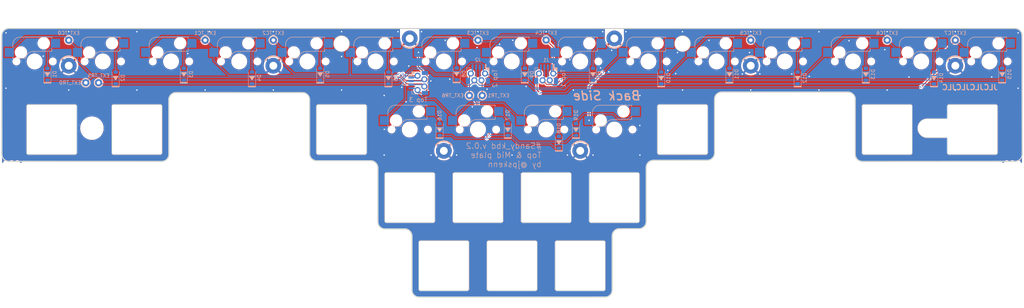
<source format=kicad_pcb>
(kicad_pcb (version 20221018) (generator pcbnew)
  (title_block (title "Sandy") (date "2023-01-06") (rev "v.0") (company "@jpskenn"))
  (layers (0 "F.Cu" signal) (31 "B.Cu" signal) (34 "B.Paste" user) (35 "F.Paste" user) (36 "B.SilkS" user "B.Silkscreen") (37 "F.SilkS" user "F.Silkscreen") (38 "B.Mask" user) (39 "F.Mask" user) (44 "Edge.Cuts" user))
  (net 0 "")
  (net 1 "Net-(D1-A)")
  (net 2 "Net-(D2-A)")
  (net 3 "Net-(D3-A)")
  (net 4 "Net-(D4-A)")
  (net 5 "Net-(D5-A)")
  (net 6 "Net-(D6-A)")
  (net 7 "Net-(D7-A)")
  (net 8 "Net-(D8-A)")
  (net 9 "Net-(D9-A)")
  (net 10 "Net-(D10-A)")
  (net 11 "Net-(D11-A)")
  (net 12 "Net-(D12-A)")
  (net 13 "Net-(D13-A)")
  (net 14 "Net-(D14-A)")
  (net 15 "Net-(D15-A)")
  (net 16 "Net-(D16-A)")
  (net 17 "Net-(D17-A)")
  (net 18 "Net-(D18-A)")
  (net 19 "Top_row0")
  (net 20 "Top_row5")
  (net 21 "Net-(D19-A)")
  (net 22 "Top_row6")
  (net 23 "Top_row1")
  (net 24 "Top_col0")
  (net 25 "Top_col1")
  (net 26 "Top_col2")
  (net 27 "Top_col3")
  (net 28 "Top_col4")
  (net 29 "Top_col5")
  (net 30 "Top_col6")
  (net 31 "Top_col7")
  (net 32 "Top_GND")
  (footprint "MX_Alps_Hybrid:MXOnly-1U-Hotswap-guide" (layer "F.Cu") (at 167.50531 46.053405)
    (fp_text reference "SW_]1")
    (fp_text value "SW_Push")
  )
  (footprint "MX_Alps_Hybrid:MXOnly-1U-Hotswap-guide" (layer "F.Cu") (at 81.78031 27.003405)
    (fp_text reference "SW_3")
    (fp_text value "SW_Push")
  )
  (footprint "clipboard:1d23b097-72e0-487b-bec7-a328ee8b6ed7" (layer "F.Cu") (at 141.239736 50.815854)
    (fp_text reference "")
    (fp_text value "")
  )
  (footprint "MX_Alps_Hybrid:MXOnly-1U-Hotswap-guide" (layer "F.Cu") (at 129.40531 46.053405)
    (fp_text reference "SW_T1")
    (fp_text value "SW_Push")
  )
  (footprint "MX_Alps_Hybrid:MXOnly-1U-Hotswap-guide" (layer "F.Cu") (at 196.08031 27.003405)
    (fp_text reference "SW_7")
    (fp_text value "SW_Push")
  )
  (footprint "locallib:60_Outline-Sandy-Top3-with-Mid-plate-from-Mid4" (layer "F.Cu") (at 157.98031 55.578405)
    (fp_text reference "REF**" hide)
    (fp_text value "60_Outline" hide)
    (fp_line (start -142.510786 -2.628468) (end -142.525 -35.80004) (stroke (width 0.3)) (layer "Edge.Cuts"))
    (fp_line (start -140.510786 -0.628468) (end -97.855 -0.614254) (stroke (width 0.3)) (layer "Edge.Cuts"))
    (fp_line (start -135.5875 -16.025) (end -135.5875 -3.025) (stroke (width 0.15)) (layer "Edge.Cuts"))
    (fp_line (start -135.0875 -16.525) (end -122.0875 -16.525) (stroke (width 0.15)) (layer "Edge.Cuts"))
    (fp_line (start -135.0875 -2.525) (end -122.0875 -2.525) (stroke (width 0.15)) (layer "Edge.Cuts"))
    (fp_line (start -121.5875 -3.025) (end -121.5875 -16.025) (stroke (width 0.15)) (layer "Edge.Cuts"))
    (fp_line (start -111.775 -16.025) (end -111.775 -3.025) (stroke (width 0.15)) (layer "Edge.Cuts"))
    (fp_line (start -111.275 -16.525) (end -98.275 -16.525) (stroke (width 0.15)) (layer "Edge.Cuts"))
    (fp_line (start -111.275 -2.525) (end -98.275 -2.525) (stroke (width 0.15)) (layer "Edge.Cuts"))
    (fp_line (start -97.775 -3.025) (end -97.775 -16.025) (stroke (width 0.15)) (layer "Edge.Cuts"))
    (fp_line (start -95.855 -2.614254) (end -95.855 -17.885826) (stroke (width 0.3)) (layer "Edge.Cuts"))
    (fp_line (start -93.855 -19.885826) (end -58.535 -19.87504) (stroke (width 0.3)) (layer "Edge.Cuts"))
    (fp_line (start -56.535 -2.80004) (end -56.535 -17.87504) (stroke (width 0.3)) (layer "Edge.Cuts"))
    (fp_line (start -54.625 -16.025) (end -54.625 -3.025) (stroke (width 0.15)) (layer "Edge.Cuts"))
    (fp_line (start -54.535 -0.80004) (end -39.475 -0.80004) (stroke (width 0.3)) (layer "Edge.Cuts"))
    (fp_line (start -54.125 -16.525) (end -41.125 -16.525) (stroke (width 0.15)) (layer "Edge.Cuts"))
    (fp_line (start -54.125 -2.525) (end -41.125 -2.525) (stroke (width 0.15)) (layer "Edge.Cuts"))
    (fp_line (start -40.625 -3.025) (end -40.625 -16.025) (stroke (width 0.15)) (layer "Edge.Cuts"))
    (fp_line (start -37.475 16.27496) (end -37.475 1.19996) (stroke (width 0.3)) (layer "Edge.Cuts"))
    (fp_line (start -35.575 3.025) (end -35.575 16.025) (stroke (width 0.15)) (layer "Edge.Cuts"))
    (fp_line (start -35.475 18.27496) (end -29.95 18.27496) (stroke (width 0.3)) (layer "Edge.Cuts"))
    (fp_line (start -35.075 2.525) (end -22.075 2.525) (stroke (width 0.15)) (layer "Edge.Cuts"))
    (fp_line (start -35.075 16.525) (end -22.075 16.525) (stroke (width 0.15)) (layer "Edge.Cuts"))
    (fp_line (start -27.95 35.34996) (end -27.95 20.27496) (stroke (width 0.3)) (layer "Edge.Cuts"))
    (fp_line (start -26.05 22.075) (end -26.05 35.075) (stroke (width 0.15)) (layer "Edge.Cuts"))
    (fp_line (start -25.95 37.34996) (end 25.975 37.345746) (stroke (width 0.3)) (layer "Edge.Cuts"))
    (fp_line (start -25.55 21.575) (end -12.55 21.575) (stroke (width 0.15)) (layer "Edge.Cuts"))
    (fp_line (start -25.55 35.575) (end -12.55 35.575) (stroke (width 0.15)) (layer "Edge.Cuts"))
    (fp_line (start -21.575 16.025) (end -21.575 3.025) (stroke (width 0.15)) (layer "Edge.Cuts"))
    (fp_line (start -16.525 3.025) (end -16.525 16.025) (stroke (width 0.15)) (layer "Edge.Cuts"))
    (fp_line (start -16.025 2.525) (end -3.025 2.525) (stroke (width 0.15)) (layer "Edge.Cuts"))
    (fp_line (start -16.025 16.525) (end -3.025 16.525) (stroke (width 0.15)) (layer "Edge.Cuts"))
    (fp_line (start -12.05 35.075) (end -12.05 22.075) (stroke (width 0.15)) (layer "Edge.Cuts"))
    (fp_line (start -7 22.075) (end -7 35.075) (stroke (width 0.15)) (layer "Edge.Cuts"))
    (fp_line (start -6.5 21.575) (end 6.5 21.575) (stroke (width 0.15)) (layer "Edge.Cuts"))
    (fp_line (start -6.5 35.575) (end 6.5 35.575) (stroke (width 0.15)) (layer "Edge.Cuts"))
    (fp_line (start -2.525 16.025) (end -2.525 3.025) (stroke (width 0.15)) (layer "Edge.Cuts"))
    (fp_line (start 2.525 3.025) (end 2.525 16.025) (stroke (width 0.15)) (layer "Edge.Cuts"))
    (fp_line (start 3.025 2.525) (end 16.025 2.525) (stroke (width 0.15)) (layer "Edge.Cuts"))
    (fp_line (start 3.025 16.525) (end 16.025 16.525) (stroke (width 0.15)) (layer "Edge.Cuts"))
    (fp_line (start 7 35.075) (end 7 22.075) (stroke (width 0.15)) (layer "Edge.Cuts"))
    (fp_line (start 12.05 22.075) (end 12.05 35.075) (stroke (width 0.15)) (layer "Edge.Cuts"))
    (fp_line (start 12.55 21.575) (end 25.55 21.575) (stroke (width 0.15)) (layer "Edge.Cuts"))
    (fp_line (start 12.55 35.575) (end 25.55 35.575) (stroke (width 0.15)) (layer "Edge.Cuts"))
    (fp_line (start 16.525 16.025) (end 16.525 3.025) (stroke (width 0.15)) (layer "Edge.Cuts"))
    (fp_line (start 21.575 3.025) (end 21.575 16.025) (stroke (width 0.15)) (layer "Edge.Cuts"))
    (fp_line (start 22.075 2.525) (end 35.075 2.525) (stroke (width 0.15)) (layer "Edge.Cuts"))
    (fp_line (start 22.075 16.525) (end 35.075 16.525) (stroke (width 0.15)) (layer "Edge.Cuts"))
    (fp_line (start 26.05 35.075) (end 26.05 22.075) (stroke (width 0.15)) (layer "Edge.Cuts"))
    (fp_line (start 27.975 35.345746) (end 27.975 20.214174) (stroke (width 0.3)) (layer "Edge.Cuts"))
    (fp_line (start 29.975 18.214174) (end 35.475 18.204174) (stroke (width 0.3)) (layer "Edge.Cuts"))
    (fp_line (start 35.575 16.025) (end 35.575 3.025) (stroke (width 0.15)) (layer "Edge.Cuts"))
    (fp_line (start 37.475 16.204174) (end 37.475 1.072602) (stroke (width 0.3)) (layer "Edge.Cuts"))
    (fp_line (start 39.475 -0.927398) (end 54.555 -0.937398) (stroke (width 0.3)) (layer "Edge.Cuts"))
    (fp_line (start 40.625 -16.025) (end 40.625 -3.025) (stroke (width 0.15)) (layer "Edge.Cuts"))
    (fp_line (start 41.125 -16.525) (end 54.125 -16.525) (stroke (width 0.15)) (layer "Edge.Cuts"))
    (fp_line (start 41.125 -2.525) (end 54.125 -2.525) (stroke (width 0.15)) (layer "Edge.Cuts"))
    (fp_line (start 54.625 -3.025) (end 54.625 -16.025) (stroke (width 0.15)) (layer "Edge.Cuts"))
    (fp_line (start 56.555 -2.937398) (end 56.555 -18.012398) (stroke (width 0.3)) (layer "Edge.Cuts"))
    (fp_line (start 58.555 -20.012398) (end 93.875 -20.001612) (stroke (width 0.3)) (layer "Edge.Cuts"))
    (fp_line (start 95.875 -2.60004) (end 95.875 -18.001612) (stroke (width 0.3)) (layer "Edge.Cuts"))
    (fp_line (start 97.775 -16.025) (end 97.775 -3.025) (stroke (width 0.15)) (layer "Edge.Cuts"))
    (fp_line (start 98.275 -16.525) (end 111.275 -16.525) (stroke (width 0.15)) (layer "Edge.Cuts"))
    (fp_line (start 98.275 -2.525) (end 111.275 -2.525) (stroke (width 0.15)) (layer "Edge.Cuts"))
    (fp_line (start 111.775 -3.025) (end 111.775 -16.025) (stroke (width 0.15)) (layer "Edge.Cuts"))
    (fp_line (start 115.875 -7.2485) (end 121.5875 -7.2485) (stroke (width 0.15)) (layer "Edge.Cuts"))
    (fp_line (start 115.975 -12.550386) (end 121.5875 -12.55) (stroke (width 0.15)) (layer "Edge.Cuts"))
    (fp_line (start 121.5875 -16.025) (end 121.5875 -12.55) (stroke (width 0.15)) (layer "Edge.Cuts"))
    (fp_line (start 121.5875 -7.2485) (end 121.5875 -3.025) (stroke (width 0.15)) (layer "Edge.Cuts"))
    (fp_line (start 122.0875 -16.525) (end 135.0875 -16.525) (stroke (width 0.15)) (layer "Edge.Cuts"))
    (fp_line (start 122.0875 -2.525) (end 135.0875 -2.525) (stroke (width 0.15)) (layer "Edge.Cuts"))
    (fp_line (start 135.5875 -3.025) (end 135.5875 -16.025) (stroke (width 0.15)) (layer "Edge.Cuts"))
    (fp_line (start 140.475 -37.80004) (end -140.525 -37.80004) (stroke (width 0.3)) (layer "Edge.Cuts"))
    (fp_line (start 140.510786 -0.628468) (end 97.875 -0.60004) (stroke (width 0.3)) (layer "Edge.Cuts"))
    (fp_line (start 142.510786 -2.628468) (end 142.475 -35.80004) (stroke (width 0.3)) (layer "Edge.Cuts"))
    (fp_arc (start -142.525 -35.80004) (mid -141.939214 -37.214254) (end -140.525 -37.80004) (stroke (width 0.3)) (layer "Edge.Cuts"))
    (fp_arc (start -140.510786 -0.628468) (mid -141.925 -1.214254) (end -142.510786 -2.628468) (stroke (width 0.3)) (layer "Edge.Cuts"))
    (fp_arc (start -135.5875 -16.025) (mid -135.441053 -16.378553) (end -135.0875 -16.525) (stroke (width 0.15)) (layer "Edge.Cuts"))
    (fp_arc (start -135.0875 -2.525) (mid -135.441053 -2.671447) (end -135.5875 -3.025) (stroke (width 0.15)) (layer "Edge.Cuts"))
    (fp_arc (start -122.0875 -16.525) (mid -121.733947 -16.378553) (end -121.5875 -16.025) (stroke (width 0.15)) (layer "Edge.Cuts"))
    (fp_arc (start -121.5875 -3.025) (mid -121.733947 -2.671447) (end -122.0875 -2.525) (stroke (width 0.15)) (layer "Edge.Cuts"))
    (fp_arc (start -111.775 -16.025) (mid -111.628553 -16.378553) (end -111.275 -16.525) (stroke (width 0.15)) (layer "Edge.Cuts"))
    (fp_arc (start -111.275 -2.525) (mid -111.628553 -2.671447) (end -111.775 -3.025) (stroke (width 0.15)) (layer "Edge.Cuts"))
    (fp_arc (start -98.275 -16.525) (mid -97.921447 -16.378553) (end -97.775 -16.025) (stroke (width 0.15)) (layer "Edge.Cuts"))
    (fp_arc (start -97.775 -3.025) (mid -97.921447 -2.671447) (end -98.275 -2.525) (stroke (width 0.15)) (layer "Edge.Cuts"))
    (fp_arc (start -95.855 -17.885826) (mid -95.269214 -19.30004) (end -93.855 -19.885826) (stroke (width 0.3)) (layer "Edge.Cuts"))
    (fp_arc (start -95.855 -2.614254) (mid -96.440786 -1.20004) (end -97.855 -0.614254) (stroke (width 0.3)) (layer "Edge.Cuts"))
    (fp_arc (start -58.535 -19.87504) (mid -57.120786 -19.289254) (end -56.535 -17.87504) (stroke (width 0.3)) (layer "Edge.Cuts"))
    (fp_arc (start -54.625 -16.025) (mid -54.478553 -16.378553) (end -54.125 -16.525) (stroke (width 0.15)) (layer "Edge.Cuts"))
    (fp_arc (start -54.535 -0.80004) (mid -55.949214 -1.385826) (end -56.535 -2.80004) (stroke (width 0.3)) (layer "Edge.Cuts"))
    (fp_arc (start -54.125 -2.525) (mid -54.478553 -2.671447) (end -54.625 -3.025) (stroke (width 0.15)) (layer "Edge.Cuts"))
    (fp_arc (start -41.125 -16.525) (mid -40.771447 -16.378553) (end -40.625 -16.025) (stroke (width 0.15)) (layer "Edge.Cuts"))
    (fp_arc (start -40.625 -3.025) (mid -40.771447 -2.671447) (end -41.125 -2.525) (stroke (width 0.15)) (layer "Edge.Cuts"))
    (fp_arc (start -39.475 -0.80004) (mid -38.060786 -0.214254) (end -37.475 1.19996) (stroke (width 0.3)) (layer "Edge.Cuts"))
    (fp_arc (start -35.575 3.025) (mid -35.428553 2.671447) (end -35.075 2.525) (stroke (width 0.15)) (layer "Edge.Cuts"))
    (fp_arc (start -35.475 18.27496) (mid -36.889214 17.689174) (end -37.475 16.27496) (stroke (width 0.3)) (layer "Edge.Cuts"))
    (fp_arc (start -35.075 16.525) (mid -35.428553 16.378553) (end -35.575 16.025) (stroke (width 0.15)) (layer "Edge.Cuts"))
    (fp_arc (start -29.95 18.27496) (mid -28.535786 18.860746) (end -27.95 20.27496) (stroke (width 0.3)) (layer "Edge.Cuts"))
    (fp_arc (start -26.05 22.075) (mid -25.903553 21.721447) (end -25.55 21.575) (stroke (width 0.15)) (layer "Edge.Cuts"))
    (fp_arc (start -25.95 37.34996) (mid -27.364214 36.764174) (end -27.95 35.34996) (stroke (width 0.3)) (layer "Edge.Cuts"))
    (fp_arc (start -25.55 35.575) (mid -25.903553 35.428553) (end -26.05 35.075) (stroke (width 0.15)) (layer "Edge.Cuts"))
    (fp_arc (start -22.075 2.525) (mid -21.721447 2.671447) (end -21.575 3.025) (stroke (width 0.15)) (layer "Edge.Cuts"))
    (fp_arc (start -21.575 16.025) (mid -21.721447 16.378553) (end -22.075 16.525) (stroke (width 0.15)) (layer "Edge.Cuts"))
    (fp_arc (start -16.525 3.025) (mid -16.378553 2.671447) (end -16.025 2.525) (stroke (width 0.15)) (layer "Edge.Cuts"))
    (fp_arc (start -16.025 16.525) (mid -16.378553 16.378553) (end -16.525 16.025) (stroke (width 0.15)) (layer "Edge.Cuts"))
    (fp_arc (start -12.55 21.575) (mid -12.196447 21.721447) (end -12.05 22.075) (stroke (width 0.15)) (layer "Edge.Cuts"))
    (fp_arc (start -12.05 35.075) (mid -12.196447 35.428553) (end -12.55 35.575) (stroke (width 0.15)) (layer "Edge.Cuts"))
    (fp_arc (start -7 22.075) (mid -6.853553 21.721447) (end -6.5 21.575) (stroke (width 0.15)) (layer "Edge.Cuts"))
    (fp_arc (start -6.5 35.575) (mid -6.853553 35.428553) (end -7 35.075) (stroke (width 0.15)) (layer "Edge.Cuts"))
    (fp_arc (start -3.025 2.525) (mid -2.671447 2.671447) (end -2.525 3.025) (stroke (width 0.15)) (layer "Edge.Cuts"))
    (fp_arc (start -2.525 16.025) (mid -2.671447 16.378553) (end -3.025 16.525) (stroke (width 0.15)) (layer "Edge.Cuts"))
    (fp_arc (start 2.525 3.025) (mid 2.671447 2.671447) (end 3.025 2.525) (stroke (width 0.15)) (layer "Edge.Cuts"))
    (fp_arc (start 3.025 16.525) (mid 2.671447 16.378553) (end 2.525 16.025) (stroke (width 0.15)) (layer "Edge.Cuts"))
    (fp_arc (start 6.5 21.575) (mid 6.853553 21.721447) (end 7 22.075) (stroke (width 0.15)) (layer "Edge.Cuts"))
    (fp_arc (start 7 35.075) (mid 6.853553 35.428553) (end 6.5 35.575) (stroke (width 0.15)) (layer "Edge.Cuts"))
    (fp_arc (start 12.05 22.075) (mid 12.196447 21.721447) (end 12.55 21.575) (stroke (width 0.15)) (layer "Edge.Cuts"))
    (fp_arc (start 12.55 35.575) (mid 12.196447 35.428553) (end 12.05 35.075) (stroke (width 0.15)) (layer "Edge.Cuts"))
    (fp_arc (start 16.025 2.525) (mid 16.378553 2.671447) (end 16.525 3.025) (stroke (width 0.15)) (layer "Edge.Cuts"))
    (fp_arc (start 16.525 16.025) (mid 16.378553 16.378553) (end 16.025 16.525) (stroke (width 0.15)) (layer "Edge.Cuts"))
    (fp_arc (start 21.575 3.025) (mid 21.721447 2.671447) (end 22.075 2.525) (stroke (width 0.15)) (layer "Edge.Cuts"))
    (fp_arc (start 22.075 16.525) (mid 21.721447 16.378553) (end 21.575 16.025) (stroke (width 0.15)) (layer "Edge.Cuts"))
    (fp_arc (start 25.55 21.575) (mid 25.903553 21.721447) (end 26.05 22.075) (stroke (width 0.15)) (layer "Edge.Cuts"))
    (fp_arc (start 26.05 35.075) (mid 25.903553 35.428553) (end 25.55 35.575) (stroke (width 0.15)) (layer "Edge.Cuts"))
    (fp_arc (start 27.975 20.214174) (mid 28.560766 18.799948) (end 29.975 18.214174) (stroke (width 0.3)) (layer "Edge.Cuts"))
    (fp_arc (start 27.975 35.345746) (mid 27.389238 36.759982) (end 25.975 37.345746) (stroke (width 0.3)) (layer "Edge.Cuts"))
    (fp_arc (start 35.075 2.525) (mid 35.428553 2.671447) (end 35.575 3.025) (stroke (width 0.15)) (layer "Edge.Cuts"))
    (fp_arc (start 35.575 16.025) (mid 35.428553 16.378553) (end 35.075 16.525) (stroke (width 0.15)) (layer "Edge.Cuts"))
    (fp_arc (start 37.475 1.072602) (mid 38.060786 -0.341613) (end 39.475 -0.927398) (stroke (width 0.3)) (layer "Edge.Cuts"))
    (fp_arc (start 37.475 16.204174) (mid 36.889193 17.618375) (end 35.475 18.204174) (stroke (width 0.3)) (layer "Edge.Cuts"))
    (fp_arc (start 40.625 -16.025) (mid 40.771447 -16.378553) (end 41.125 -16.525) (stroke (width 0.15)) (layer "Edge.Cuts"))
    (fp_arc (start 41.125 -2.525) (mid 40.771447 -2.671447) (end 40.625 -3.025) (stroke (width 0.15)) (layer "Edge.Cuts"))
    (fp_arc (start 54.125 -16.525) (mid 54.478553 -16.378553) (end 54.625 -16.025) (stroke (width 0.15)) (layer "Edge.Cuts"))
    (fp_arc (start 54.625 -3.025) (mid 54.478553 -2.671447) (end 54.125 -2.525) (stroke (width 0.15)) (layer "Edge.Cuts"))
    (fp_arc (start 56.555 -18.012398) (mid 57.140786 -19.426613) (end 58.555 -20.012398) (stroke (width 0.3)) (layer "Edge.Cuts"))
    (fp_arc (start 56.555 -2.937398) (mid 55.969213 -1.523186) (end 54.555 -0.937398) (stroke (width 0.3)) (layer "Edge.Cuts"))
    (fp_arc (start 93.875 -20.001612) (mid 95.289212 -19.41585) (end 95.875 -18.001612) (stroke (width 0.3)) (layer "Edge.Cuts"))
    (fp_arc (start 97.775 -16.025) (mid 97.921447 -16.378553) (end 98.275 -16.525) (stroke (width 0.15)) (layer "Edge.Cuts"))
    (fp_arc (start 97.875 -0.60004) (mid 96.460771 -1.1858) (end 95.875 -2.60004) (stroke (width 0.3)) (layer "Edge.Cuts"))
    (fp_arc (start 98.275 -2.525) (mid 97.921447 -2.671447) (end 97.775 -3.025) (stroke (width 0.15)) (layer "Edge.Cuts"))
    (fp_arc (start 111.275 -16.525) (mid 111.628553 -16.378553) (end 111.775 -16.025) (stroke (width 0.15)) (layer "Edge.Cuts"))
    (fp_arc (start 111.775 -3.025) (mid 111.628553 -2.671447) (end 111.275 -2.525) (stroke (width 0.15)) (layer "Edge.Cuts"))
    (fp_arc (start 115.875 -7.2485) (mid 113.323585 -9.948509) (end 115.975 -12.550386) (stroke (width 0.12)) (layer "Edge.Cuts"))
    (fp_arc (start 121.5875 -16.025) (mid 121.733947 -16.378553) (end 122.0875 -16.525) (stroke (width 0.15)) (layer "Edge.Cuts"))
    (fp_arc (start 122.0875 -2.525) (mid 121.733947 -2.671447) (end 121.5875 -3.025) (stroke (width 0.15)) (layer "Edge.Cuts"))
    (fp_arc (start 135.0875 -16.525) (mid 135.441053 -16.378553) (end 135.5875 -16.025) (stroke (width 0.15)) (layer "Edge.Cuts"))
    (fp_arc (start 135.5875 -3.025) (mid 135.441053 -2.671447) (end 135.0875 -2.525) (stroke (width 0.15)) (layer "Edge.Cuts"))
    (fp_arc (start 140.475 -37.80004) (mid 141.889198 -37.214227) (end 142.475 -35.80004) (stroke (width 0.3)) (layer "Edge.Cuts"))
    (fp_arc (start 142.510786 -2.628468) (mid 141.925023 -1.214215) (end 140.510786 -0.628468) (stroke (width 0.3)) (layer "Edge.Cuts"))
    (fp_circle (center -47.625 -33.55004) (end -45.425 -33.55004) (stroke (width 0.15)) (fill none) (layer "Edge.Cuts"))
    (fp_circle (center 47.625 -33.55004) (end 49.825 -33.55004) (stroke (width 0.15)) (fill none) (layer "Edge.Cuts"))
  )
  (footprint "MX_Alps_Hybrid:MXOnly-1U-Hotswap-guide" (layer "F.Cu") (at 62.73031 27.003405)
    (fp_text reference "SW_2")
    (fp_text value "SW_Push")
  )
  (footprint "MX_Alps_Hybrid:MXOnly-1U-Hotswap-guide" (layer "F.Cu") (at 157.908435 27.003405)
    (fp_text reference "SW_\\1")
    (fp_text value "SW_Push")
  )
  (footprint "MX_Alps_Hybrid:MXOnly-1U-Hotswap-guide" (layer "F.Cu") (at 234.18031 27.003405)
    (fp_text reference "SW_9")
    (fp_text value "SW_Push")
  )
  (footprint "MX_Alps_Hybrid:MXOnly-1U-Hotswap-screw-hole-side2-guide" (layer "F.Cu") (at 119.88031 27.003405)
    (fp_text reference "SW_5")
    (fp_text value "SW_Push")
  )
  (footprint "MX_Alps_Hybrid:MXOnly-1U-Hotswap-screw-hole-side3-guide" (layer "F.Cu") (at 215.13031 27.003405)
    (fp_text reference "SW_8")
    (fp_text value "SW_Push")
  )
  (footprint "MX_Alps_Hybrid:MXOnly-1U-Hotswap-guide" (layer "F.Cu") (at 148.45531 46.053405)
    (fp_text reference "SW_[1")
    (fp_text value "SW_Push")
  )
  (footprint "MX_Alps_Hybrid:MXOnly-1U-Hotswap-guide" (layer "F.Cu") (at 253.23031 27.003405)
    (fp_text reference "SW_10")
    (fp_text value "SW_Push")
  )
  (footprint "MX_Alps_Hybrid:MXOnly-1U-Hotswap-guide" (layer "F.Cu") (at 272.28031 27.003405)
    (fp_text reference "SW_-1")
    (fp_text value "SW_Push")
  )
  (footprint "MX_Alps_Hybrid:MXOnly-1U-Hotswap-guide" (layer "F.Cu") (at 24.63031 27.003405)
    (fp_text reference "SW_ESC1")
    (fp_text value "SW_Push")
  )
  (footprint "MX_Alps_Hybrid:MXOnly-1U-Hotswap-guide" (layer "F.Cu") (at 186.55531 46.053405)
    (fp_text reference "SW_Y1")
    (fp_text value "SW_Push")
  )
  (footprint "MX_Alps_Hybrid:MXOnly-1U-Hotswap-guide" (layer "F.Cu") (at 291.33031 27.003405)
    (fp_text reference "SW_=1")
    (fp_text value "SW_Push")
  )
  (footprint "MX_Alps_Hybrid:MXOnly-1U-Hotswap-guide" (layer "F.Cu") (at 138.93031 27.003405)
    (fp_text reference "SW_`1")
    (fp_text value "SW_Push")
  )
  (footprint "MX_Alps_Hybrid:MXOnly-1U-Hotswap-guide" (layer "F.Cu") (at 43.68031 27.003405)
    (fp_text reference "SW_1")
    (fp_text value "SW_Push")
  )
  (footprint "MX_Alps_Hybrid:MXOnly-1U-Hotswap-guide" (layer "F.Cu") (at 100.83031 27.003405)
    (fp_text reference "SW_4")
    (fp_text value "SW_Push")
  )
  (footprint "MX_Alps_Hybrid:MXOnly-1U-Hotswap-screw-hole-side1-guide" (layer "F.Cu") (at 177.03031 27.003405)
    (fp_text reference "SW_6")
    (fp_text value "SW_Push")
  )
  (footprint "locallib:D_SOD-123_Emphasized_Direction_Line" (layer "B.Cu") (at 85.352185 31.62528 90)
    (fp_text reference "D4")
    (fp_text value "D")
  )
  (footprint "TestPoint:TestPoint_THTPad_D2.0mm_Drill1.0mm" (layer "B.Cu") (at 262.75531 21.05028 180)
    (fp_text reference "EXT_TC6")
    (fp_text value "Conn_01x01")
  )
  (footprint "locallib:D_SOD-123_Emphasized_Direction_Line" (layer "B.Cu") (at 294.902185 30.57528 90)
    (fp_text reference "D15")
    (fp_text value "D")
  )
  (footprint "locallib:D_SOD-123_Emphasized_Direction_Line" (layer "B.Cu") (at 237.752185 31.62928 90)
    (fp_text reference "D12")
    (fp_text value "D")
  )
  (footprint "locallib:D_SOD-123_Emphasized_Direction_Line" (layer "B.Cu") (at 66.302185 30.57528 90)
    (fp_text reference "D3")
    (fp_text value "D")
  )
  (footprint "locallib:D_SOD-123_Emphasized_Direction_Line" (layer "B.Cu") (at 123.452185 31.62928 90)
    (fp_text reference "D6")
    (fp_text value "D")
  )
  (footprint "locallib:D_SOD-123_Emphasized_Direction_Line" (layer "B.Cu") (at 104.402185 30.57528 90)
    (fp_text reference "D5")
    (fp_text value "D")
  )
  (footprint "locallib:D_SOD-123_Emphasized_Direction_Line" (layer "B.Cu") (at 142.502185 30.47528 90)
    (fp_text reference "D8")
    (fp_text value "D")
  )
  (footprint "locallib:D_SOD-123_Emphasized_Direction_Line" (layer "B.Cu") (at 256.802185 30.57528 90)
    (fp_text reference "D13")
    (fp_text value "D")
  )
  (footprint "locallib:D_SOD-123_Emphasized_Direction_Line" (layer "B.Cu") (at 137.739685 46.053405 90)
    (fp_text reference "D16")
    (fp_text value "D")
  )
  (footprint "locallib:D_SOD-123_Emphasized_Direction_Line" (layer "B.Cu") (at 180.602185 30.57528 90)
    (fp_text reference "D7")
    (fp_text value "D")
  )
  (footprint "locallib:D_SOD-123_Emphasized_Direction_Line" (layer "B.Cu") (at 47.252185 31.62528 90)
    (fp_text reference "D2")
    (fp_text value "D")
  )
  (footprint "locallib:D_SOD-123_Emphasized_Direction_Line" (layer "B.Cu") (at 275.852185 31.62528 90)
    (fp_text reference "D14")
    (fp_text value "D")
  )
  (footprint "locallib:MountingHole_2.2mm_M2_Pad_minimal" (layer "B.Cu") (at 224.65531 28.19403 180)
    (fp_text reference "H5" hide)
    (fp_text value "MountingHole")
  )
  (footprint "locallib:D_SOD-123_Emphasized_Direction_Line" (layer "B.Cu") (at 175.839685 46.053405 90)
    (fp_text reference "D19")
    (fp_text value "D")
  )
  (footprint "locallib:D_SOD-123_Emphasized_Direction_Line" (layer "B.Cu") (at 156.789685 46.053405 90)
    (fp_text reference "D17")
    (fp_text value "D")
  )
  (footprint "locallib:JST_SH_SM04B-SRSS-TB_1x04-1MP_P1.00mm_Horizontal_wCable_housing_spare_pin" (layer "B.Cu") (at 167.50531 30.57528 180)
    (fp_text reference "J1")
    (fp_text value "Conn_02x02_Top_Bottom")
  )
  (footprint "TestPoint:TestPoint_THTPad_D2.0mm_Drill1.0mm" (layer "B.Cu") (at 38.91781 32.95653 180)
    (fp_text reference "EXT_TR0")
    (fp_text value "Conn_01x01")
  )
  (footprint "TestPoint:TestPoint_THTPad_D2.0mm_Drill1.0mm" (layer "B.Cu") (at 34.15531 21.05028 180)
    (fp_text reference "EXT_TC0")
    (fp_text value "Conn_01x01")
  )
  (footprint "TestPoint:TestPoint_THTPad_D2.0mm_Drill1.0mm" (layer "B.Cu") (at 148.45531 21.05028 180)
    (fp_text reference "EXT_TC3")
    (fp_text value "Conn_01x01")
  )
  (footprint "TestPoint:TestPoint_THTPad_D2.0mm_Drill1.0mm" (layer "B.Cu") (at 72.25531 21.059655 180)
    (fp_text reference "EXT_TC1")
    (fp_text value "Conn_01x01")
  )
  (footprint "TestPoint:TestPoint_THTPad_D2.0mm_Drill1.0mm" (layer "B.Cu") (at 167.50531 21.003405 180)
    (fp_text reference "EXT_TC4")
    (fp_text value "Conn_01x01")
  )
  (footprint "locallib:MountingHole_2.2mm_M2_Pad_minimal" (layer "B.Cu") (at 34.15531 28.19403 180)
    (fp_text reference "H3" hide)
    (fp_text value "MountingHole")
  )
  (footprint "TestPoint:TestPoint_THTPad_D2.0mm_Drill1.0mm" (layer "B.Cu") (at 149.645935 36.528405 180)
    (fp_text reference "EXT_TR1")
    (fp_text value "Conn_01x01")
  )
  (footprint "locallib:MountingHole_2.2mm_M2_Pad_minimal" (layer "B.Cu") (at 186.55531 20.561655)
    (fp_text reference "H2" hide)
    (fp_text value "MountingHole")
  )
  (footprint "locallib:D_SOD-123_Emphasized_Direction_Line" (layer "B.Cu") (at 218.702185 30.57528 90)
    (fp_text reference "D11")
    (fp_text value "D")
  )
  (footprint "TestPoint:TestPoint_THTPad_D2.0mm_Drill1.0mm" (layer "B.Cu") (at 224.65531 21.05028 180)
    (fp_text reference "EXT_TC5")
    (fp_text value "Conn_01x01")
  )
  (footprint "locallib:D_SOD-123_Emphasized_Direction_Line" (layer "B.Cu") (at 161.552185 30.57528 90)
    (fp_text reference "D9")
    (fp_text value "D")
  )
  (footprint "locallib:MountingHole_2.2mm_M2_Pad_minimal" (layer "B.Cu") (at 177.03031 52.00653 180)
    (fp_text reference "H8" hide)
    (fp_text value "MountingHole")
  )
  (footprint "locallib:MountingHole_2.2mm_M2_Pad_minimal" (layer "B.Cu") (at 91.30531 28.19403 180)
    (fp_text reference "H4" hide)
    (fp_text value "MountingHole")
  )
  (footprint "locallib:MountingHole_2.2mm_M2_Pad_minimal" (layer "B.Cu") (at 138.93031 52.00653 180)
    (fp_text reference "H7" hide)
    (fp_text value "MountingHole")
  )
  (footprint "locallib:MountingHole_2.2mm_M2_Pad_minimal" (layer "B.Cu") (at 129.40531 20.561655)
    (fp_text reference "H1" hide)
    (fp_text value "MountingHole")
  )
  (footprint "locallib:D_SOD-123_Emphasized_Direction_Line" (layer "B.Cu") (at 199.652185 31.62928 90)
    (fp_text reference "D10")
    (fp_text value "D")
  )
  (footprint "locallib:JST_SH_SM04B-SRSS-TB_1x04-1MP_P1.00mm_Horizontal_wCable_housing_spare_pin" (layer "B.Cu") (at 131.78656 33.003405 -90)
    (fp_text reference "J3")
    (fp_text value "Conn_02x02_Top_Bottom")
  )
  (footprint "locallib:MountingHole_2.2mm_M2_Pad_minimal" (layer "B.Cu") (at 281.80531 28.19403 180)
    (fp_text reference "H6" hide)
    (fp_text value "MountingHole")
  )
  (footprint "TestPoint:TestPoint_THTPad_D2.0mm_Drill1.0mm" (layer "B.Cu") (at 281.80531 21.05028 180)
    (fp_text reference "EXT_TC7")
    (fp_text value "Conn_01x01")
  )
  (footprint "TestPoint:TestPoint_THTPad_D2.0mm_Drill1.0mm" (layer "B.Cu") (at 91.30531 21.05028 180)
    (fp_text reference "EXT_TC2")
    (fp_text value "Conn_01x01")
  )
  (footprint "TestPoint:TestPoint_THTPad_D2.0mm_Drill1.0mm" (layer "B.Cu") (at 146.07406 36.528405 180)
    (fp_text reference "EXT_TR6")
    (fp_text value "Conn_01x01")
  )
  (footprint "TestPoint:TestPoint_THTPad_D2.0mm_Drill1.0mm" (layer "B.Cu") (at 42.489685 32.95653 180)
    (fp_text reference "EXT_TR5")
    (fp_text value "Conn_01x01")
  )
  (footprint "locallib:D_SOD-123_Emphasized_Direction_Line" (layer "B.Cu") (at 28.202185 30.57528 90)
    (fp_text reference "D1")
    (fp_text value "D")
  )
  (footprint "locallib:D_SOD-123_Emphasized_Direction_Line" (layer "B.Cu") (at 171.077185 49.62528 90)
    (fp_text reference "D18")
    (fp_text value "D")
  )
  (footprint "locallib:JST_SH_SM04B-SRSS-TB_1x04-1MP_P1.00mm_Horizontal_wCable_housing_spare_pin" (layer "B.Cu") (at 148.45531 30.57528 180)
    (fp_text reference "J2")
    (fp_text value "Conn_02x02_Top_Bottom")
  )
  (gr_text "Top 1" (at 172.26781 31.765905 90) (layer "B.SilkS") (effects (font (size 1.2 1.2)) (justify mirror)))
  (gr_text "Top 2" (at 153.21781 31.765905 90) (layer "B.SilkS") (effects (font (size 1.2 1.2)) (justify mirror)))
  (gr_text "Top 3" (at 131.78656 37.71903) (layer "B.SilkS") (effects (font (size 1.2 1.2)) (justify mirror)))
  (gr_text "JLCJLCJLCJLC" (at 285.86931 34.242405) (layer "B.SilkS") (effects (font (size 1.5 1.5) (thickness 0.3)) (justify mirror)))
  (gr_text "Back Side" (at 184.5 36.6) (layer "B.SilkS") (effects (font (size 2.5 2.5) (thickness 0.4) italic) (justify mirror)))
  (gr_text "#Sandy_kbd v.0.2\nTop & Mid plate\nby @jpskenn" (at 166.314685 53.197155) (layer "B.SilkS") (effects (font (size 1.6 1.6)) (justify left mirror)))
  (segment (start 28.202185 24.19353) (end 30.47231 21.923405) (width 0.254) (layer "B.Cu") (net 1))
  (segment (start 28.202185 28.92528) (end 28.202185 24.19353) (width 0.254) (layer "B.Cu") (net 1))
  (segment (start 47.252185 29.97528) (end 47.252185 24.19353) (width 0.254) (layer "B.Cu") (net 2))
  (segment (start 47.252185 24.19353) (end 49.52231 21.923405) (width 0.254) (layer "B.Cu") (net 2))
  (segment (start 68.109697 21.923405) (end 68.57231 21.923405) (width 0.254) (layer "B.Cu") (net 3))
  (segment (start 66.302185 23.730917) (end 68.109697 21.923405) (width 0.254) (layer "B.Cu") (net 3))
  (segment (start 66.302185 28.92528) (end 66.302185 23.730917) (width 0.254) (layer "B.Cu") (net 3))
  (segment (start 85.352185 29.97528) (end 85.352185 24.19353) (width 0.254) (layer "B.Cu") (net 4))
  (segment (start 85.352185 24.19353) (end 87.62231 21.923405) (width 0.254) (layer "B.Cu") (net 4))
  (segment (start 104.402185 24.19353) (end 106.67231 21.923405) (width 0.254) (layer "B.Cu") (net 5))
  (segment (start 104.402185 28.92528) (end 104.402185 24.19353) (width 0.254) (layer "B.Cu") (net 5))
  (segment (start 123.452185 29.97928) (end 123.452185 24.19353) (width 0.254) (layer "B.Cu") (net 6))
  (segment (start 123.452185 24.19353) (end 125.72231 21.923405) (width 0.254) (layer "B.Cu") (net 6))
  (segment (start 180.602185 28.92528) (end 180.602185 24.19353) (width 0.254) (layer "B.Cu") (net 7))
  (segment (start 180.602185 24.19353) (end 182.87231 21.923405) (width 0.254) (layer "B.Cu") (net 7))
  (segment (start 142.502185 28.82528) (end 142.502185 24.19353) (width 0.254) (layer "B.Cu") (net 8))
  (segment (start 142.502185 24.19353) (end 144.77231 21.923405) (width 0.254) (layer "B.Cu") (net 8))
  (segment (start 161.552185 24.121655) (end 163.750435 21.923405) (width 0.254) (layer "B.Cu") (net 9))
  (segment (start 161.552185 28.92528) (end 161.552185 24.121655) (width 0.254) (layer "B.Cu") (net 9))
  (segment (start 199.652185 29.97928) (end 199.652185 24.19353) (width 0.254) (layer "B.Cu") (net 10))
  (segment (start 199.652185 24.19353) (end 201.92231 21.923405) (width 0.254) (layer "B.Cu") (net 10))
  (segment (start 218.702185 28.92528) (end 218.702185 24.19353) (width 0.254) (layer "B.Cu") (net 11))
  (segment (start 218.702185 24.19353) (end 220.97231 21.923405) (width 0.254) (layer "B.Cu") (net 11))
  (segment (start 237.752185 24.19353) (end 240.02231 21.923405) (width 0.254) (layer "B.Cu") (net 12))
  (segment (start 237.752185 29.97928) (end 237.752185 24.19353) (width 0.254) (layer "B.Cu") (net 12))
  (segment (start 256.802185 24.19353) (end 259.07231 21.923405) (width 0.254) (layer "B.Cu") (net 13))
  (segment (start 256.802185 28.92528) (end 256.802185 24.19353) (width 0.254) (layer "B.Cu") (net 13))
  (segment (start 275.852185 29.97528) (end 275.852185 24.19353) (width 0.254) (layer "B.Cu") (net 14))
  (segment (start 275.852185 24.19353) (end 278.12231 21.923405) (width 0.254) (layer "B.Cu") (net 14))
  (segment (start 294.902185 24.19353) (end 297.17231 21.923405) (width 0.254) (layer "B.Cu") (net 15))
  (segment (start 294.902185 28.92528) (end 294.902185 24.19353) (width 0.254) (layer "B.Cu") (net 15))
  (segment (start 137.739685 43.46578) (end 135.24731 40.973405) (width 0.254) (layer "B.Cu") (net 16))
  (segment (start 137.739685 44.403405) (end 137.739685 43.46578) (width 0.254) (layer "B.Cu") (net 16))
  (segment (start 156.789685 44.403405) (end 156.789685 43.46578) (width 0.254) (layer "B.Cu") (net 17))
  (segment (start 156.789685 43.46578) (end 154.29731 40.973405) (width 0.254) (layer "B.Cu") (net 17))
  (segment (start 171.077185 47.97528) (end 171.077185 43.24353) (width 0.254) (layer "B.Cu") (net 18))
  (segment (start 171.077185 43.24353) (end 173.34731 40.973405) (width 0.254) (layer "B.Cu") (net 18))
  (segment (start 130.168542 28.705704) (end 134.705704 28.705704) (width 0.254) (layer "B.Cu") (net 19))
  (segment (start 152.883435 32.22528) (end 151.033435 30.37528) (width 0.254) (layer "B.Cu") (net 19))
  (segment (start 43.166309 31.212181) (end 44.179408 32.22528) (width 0.254) (layer "B.Cu") (net 19))
  (segment (start 136.432405 30.432405) (end 143.56581 30.432405) (width 0.254) (layer "B.Cu") (net 19))
  (segment (start 256.802185 32.22528) (end 294.902185 32.22528) (width 0.254) (layer "B.Cu") (net 19))
  (segment (start 143.56581 30.432405) (end 146.528135 27.47008) (width 0.254) (layer "B.Cu") (net 19))
  (segment (start 149.95531 29.87528) (end 150.45531 30.37528) (width 0.254) (layer "B.Cu") (net 19))
  (segment (start 151.033435 30.37528) (end 150.45531 30.37528) (width 0.254) (layer "B.Cu") (net 19))
  (segment (start 38.91781 32.95653) (end 40.662159 31.212181) (width 0.254) (layer "B.Cu") (net 19))
  (segment (start 126.40944 32.464806) (end 130.168542 28.705704) (width 0.254) (layer "B.Cu") (net 19))
  (segment (start 171.874609 34.445106) (end 164.626011 34.445106) (width 0.254) (layer "B.Cu") (net 19))
  (segment (start 134.705704 28.705704) (end 136.432405 30.432405) (width 0.254) (layer "B.Cu") (net 19))
  (segment (start 28.202185 32.22528) (end 38.18656 32.22528) (width 0.254) (layer "B.Cu") (net 19))
  (segment (start 180.602185 32.22528) (end 174.094435 32.22528) (width 0.254) (layer "B.Cu") (net 19))
  (segment (start 104.641711 32.464806) (end 126.40944 32.464806) (width 0.254) (layer "B.Cu") (net 19))
  (segment (start 162.406185 32.22528) (end 161.552185 32.22528) (width 0.254) (layer "B.Cu") (net 19))
  (segment (start 66.302185 32.22528) (end 104.402185 32.22528) (width 0.254) (layer "B.Cu") (net 19))
  (segment (start 180.602185 32.22528) (end 218.702185 32.22528) (width 0.254) (layer "B.Cu") (net 19))
  (segment (start 44.179408 32.22528) (end 66.302185 32.22528) (width 0.254) (layer "B.Cu") (net 19))
  (segment (start 149.95531 28.121175) (end 149.95531 28.57528) (width 0.254) (layer "B.Cu") (net 19))
  (segment (start 164.626011 34.445106) (end 162.406185 32.22528) (width 0.254) (layer "B.Cu") (net 19))
  (segment (start 218.702185 32.22528) (end 256.802185 32.22528) (width 0.254) (layer "B.Cu") (net 19))
  (segment (start 161.552185 32.22528) (end 152.883435 32.22528) (width 0.254) (layer "B.Cu") (net 19))
  (segment (start 38.18656 32.22528) (end 38.91781 32.95653) (width 0.254) (layer "B.Cu") (net 19))
  (segment (start 174.094435 32.22528) (end 171.874609 34.445106) (width 0.254) (layer "B.Cu") (net 19))
  (segment (start 146.528135 27.47008) (end 149.304215 27.47008) (width 0.254) (layer "B.Cu") (net 19))
  (segment (start 104.402185 32.22528) (end 104.641711 32.464806) (width 0.254) (layer "B.Cu") (net 19))
  (segment (start 40.662159 31.212181) (end 43.166309 31.212181) (width 0.254) (layer "B.Cu") (net 19))
  (segment (start 149.95531 28.57528) (end 149.95531 29.87528) (width 0.254) (layer "B.Cu") (net 19))
  (segment (start 149.304215 27.47008) (end 149.95531 28.121175) (width 0.254) (layer "B.Cu") (net 19))
  (segment (start 199.652185 33.27928) (end 174.310435 33.27928) (width 0.254) (layer "B.Cu") (net 20))
  (segment (start 85.352185 33.27528) (end 54.47531 33.27528) (width 0.254) (layer "B.Cu") (net 20))
  (segment (start 147.45531 32.470807) (end 147.45531 32.27528) (width 0.254) (layer "B.Cu") (net 20))
  (segment (start 151.845637 33.68048) (end 148.86051 33.68048) (width 0.254) (layer "B.Cu") (net 20))
  (segment (start 152.520637 33.00548) (end 151.845637 33.68048) (width 0.254) (layer "B.Cu") (net 20))
  (segment (start 85.356185 33.27928) (end 85.352185 33.27528) (width 0.254) (layer "B.Cu") (net 20))
  (segment (start 141.116011 30.889106) (end 142.352185 32.12528) (width 0.254) (layer "B.Cu") (net 20))
  (segment (start 164.195962 34.901807) (end 162.299635 33.00548) (width 0.254) (layer "B.Cu") (net 20))
  (segment (start 174.310435 33.27928) (end 172.687908 34.901807) (width 0.254) (layer "B.Cu") (net 20))
  (segment (start 199.652185 33.27928) (end 237.752185 33.27928) (width 0.254) (layer "B.Cu") (net 20))
  (segment (start 237.752185 33.27928) (end 275.848185 33.27928) (width 0.254) (layer "B.Cu") (net 20))
  (segment (start 162.299635 33.00548) (end 152.520637 33.00548) (width 0.254) (layer "B.Cu") (net 20))
  (segment (start 275.848185 33.27928) (end 275.852185 33.27528) (width 0.254) (layer "B.Cu") (net 20))
  (segment (start 143.385435 32.12528) (end 144.940635 33.68048) (width 0.254) (layer "B.Cu") (net 20))
  (segment (start 142.502185 32.12528) (end 143.385435 32.12528) (width 0.254) (layer "B.Cu") (net 20))
  (segment (start 146.245637 33.68048) (end 147.45531 32.470807) (width 0.254) (layer "B.Cu") (net 20))
  (segment (start 123.452185 33.27928) (end 85.356185 33.27928) (width 0.254) (layer "B.Cu") (net 20))
  (segment (start 147.45531 32.27528) (end 147.95531 31.77528) (width 0.254) (layer "B.Cu") (net 20))
  (segment (start 47.252185 33.27528) (end 42.808435 33.27528) (width 0.254) (layer "B.Cu") (net 20))
  (segment (start 148.86051 33.68048) (end 147.45531 32.27528) (width 0.254) (layer "B.Cu") (net 20))
  (segment (start 172.687908 34.901807) (end 164.195962 34.901807) (width 0.254) (layer "B.Cu") (net 20))
  (segment (start 47.252185 33.27528) (end 54.47531 33.27528) (width 0.254) (layer "B.Cu") (net 20))
  (segment (start 134.516533 29.162405) (end 136.243234 30.889106) (width 0.254) (layer "B.Cu") (net 20))
  (segment (start 147.95531 31.77528) (end 147.95531 28.57528) (width 0.254) (layer "B.Cu") (net 20))
  (segment (start 142.352185 32.12528) (end 142.502185 32.12528) (width 0.254) (layer "B.Cu") (net 20))
  (segment (start 123.452185 33.27928) (end 126.304435 33.27928) (width 0.254) (layer "B.Cu") (net 20))
  (segment (start 136.243234 30.889106) (end 141.116011 30.889106) (width 0.254) (layer "B.Cu") (net 20))
  (segment (start 42.808435 33.27528) (end 42.489685 32.95653) (width 0.254) (layer "B.Cu") (net 20))
  (segment (start 144.940635 33.68048) (end 146.245637 33.68048) (width 0.254) (layer "B.Cu") (net 20))
  (segment (start 130.42131 29.162405) (end 134.516533 29.162405) (width 0.254) (layer "B.Cu") (net 20))
  (segment (start 126.304435 33.27928) (end 130.42131 29.162405) (width 0.254) (layer "B.Cu") (net 20))
  (segment (start 190.30531 43.078405) (end 192.39731 40.986405) (width 0.254) (layer "B.Cu") (net 21))
  (segment (start 175.839685 44.403405) (end 175.839685 43.95863) (width 0.254) (layer "B.Cu") (net 21))
  (segment (start 175.839685 43.95863) (end 178.16191 41.636405) (width 0.254) (layer "B.Cu") (net 21))
  (segment (start 186.20031 41.636405) (end 187.64231 43.078405) (width 0.254) (layer "B.Cu") (net 21))
  (segment (start 187.64231 43.078405) (end 190.30531 43.078405) (width 0.254) (layer "B.Cu") (net 21))
  (segment (start 178.16191 41.636405) (end 186.20031 41.636405) (width 0.254) (layer "B.Cu") (net 21))
  (segment (start 192.39731 40.986405) (end 192.39731 40.973405) (width 0.254) (layer "B.Cu") (net 21))
  (segment (start 146.45531 30.37528) (end 146.07406 30.75653) (width 0.254) (layer "F.Cu") (net 22))
  (segment (start 150.96356 45.175277) (end 150.96356 48.478405) (width 0.254) (layer "F.Cu") (net 22))
  (segment (start 146.07406 30.75653) (end 146.07406 36.528405) (width 0.254) (layer "F.Cu") (net 22))
  (segment (start 147.998609 38.452954) (end 147.998609 42.210326) (width 0.254) (layer "F.Cu") (net 22))
  (segment (start 146.07406 36.528405) (end 147.998609 38.452954) (width 0.254) (layer "F.Cu") (net 22))
  (segment (start 147.998609 42.210326) (end 150.96356 45.175277) (width 0.254) (layer "F.Cu") (net 22))
  (via (at 150.96356 48.478405) (size 0.6) (drill 0.4) (layers "F.Cu" "B.Cu") (net 22))
  (segment (start 170.07528 51.27528) (end 168.9 50.1) (width 0.254) (layer "B.Cu") (net 22))
  (segment (start 159.653422 50.1) (end 158.037027 48.483605) (width 0.254) (layer "B.Cu") (net 22))
  (segment (start 137.739685 47.703405) (end 141.203405 47.703405) (width 0.254) (layer "B.Cu") (net 22))
  (segment (start 146.95531 29.87528) (end 146.45531 30.37528) (width 0.254) (layer "B.Cu") (net 22))
  (segment (start 158.037027 48.483605) (end 150.96876 48.483605) (width 0.254) (layer "B.Cu") (net 22))
  (segment (start 146.95531 28.57528) (end 146.95531 29.87528) (width 0.254) (layer "B.Cu") (net 22))
  (segment (start 150.96876 48.483605) (end 150.96356 48.478405) (width 0.254) (layer "B.Cu") (net 22))
  (segment (start 168.9 50.1) (end 159.653422 50.1) (width 0.254) (layer "B.Cu") (net 22))
  (segment (start 141.978405 48.478405) (end 150.96356 48.478405) (width 0.254) (layer "B.Cu") (net 22))
  (segment (start 141.203405 47.703405) (end 141.978405 48.478405) (width 0.254) (layer "B.Cu") (net 22))
  (segment (start 171.077185 51.27528) (end 170.07528 51.27528) (width 0.254) (layer "B.Cu") (net 22))
  (segment (start 149.45531 32.27528) (end 149.645935 32.465905) (width 0.254) (layer "F.Cu") (net 23))
  (segment (start 149.645935 36.528405) (end 148.45531 37.71903) (width 0.254) (layer "F.Cu") (net 23))
  (segment (start 148.45531 37.71903) (end 148.45531 42.021155) (width 0.254) (layer "F.Cu") (net 23))
  (segment (start 149.645935 32.465905) (end 149.645935 36.528405) (width 0.254) (layer "F.Cu") (net 23))
  (segment (start 151.60531 45.171155) (end 151.60531 47.678405) (width 0.254) (layer "F.Cu") (net 23))
  (segment (start 148.45531 42.021155) (end 151.60531 45.171155) (width 0.254) (layer "F.Cu") (net 23))
  (via (at 151.60531 47.678405) (size 0.6) (drill 0.4) (layers "F.Cu" "B.Cu") (net 23))
  (segment (start 157.903405 47.703405) (end 159.8 49.6) (width 0.254) (layer "B.Cu") (net 23))
  (segment (start 173 49.6) (end 174.896595 47.703405) (width 0.254) (layer "B.Cu") (net 23))
  (segment (start 159.8 49.6) (end 173 49.6) (width 0.254) (layer "B.Cu") (net 23))
  (segment (start 151.63031 47.703405) (end 151.60531 47.678405) (width 0.254) (layer "B.Cu") (net 23))
  (segment (start 156.789685 47.703405) (end 151.63031 47.703405) (width 0.254) (layer "B.Cu") (net 23))
  (segment (start 174.896595 47.703405) (end 175.839685 47.703405) (width 0.254) (layer "B.Cu") (net 23))
  (segment (start 156.789685 47.703405) (end 157.903405 47.703405) (width 0.254) (layer "B.Cu") (net 23))
  (segment (start 149.45531 32.27528) (end 148.95531 31.77528) (width 0.254) (layer "B.Cu") (net 23))
  (segment (start 148.95531 31.77528) (end 148.95531 28.57528) (width 0.254) (layer "B.Cu") (net 23))
  (segment (start 131.58656 31.003405) (end 128.03031 31.003405) (width 0.254) (layer "F.Cu") (net 24))
  (segment (start 128.03031 31.003405) (end 127.50531 30.478405) (width 0.254) (layer "F.Cu") (net 24))
  (via (at 127.50531 30.478405) (size 0.6) (drill 0.4) (layers "F.Cu" "B.Cu") (net 24))
  (segment (start 125.97561 32.008105) (end 127.50531 30.478405) (width 0.254) (layer "B.Cu") (net 24))
  (segment (start 43.35548 30.75548) (end 44.013402 31.413402) (width 0.254) (layer "B.Cu") (net 24))
  (segment (start 129.78656 31.503405) (end 131.08656 31.503405) (width 0.254) (layer "B.Cu") (net 24))
  (segment (start 36.59531 24.463405) (end 36.59531 23.49028) (width 0.254) (layer "B.Cu") (net 24))
  (segment (start 40.482385 30.75548) (end 43.35548 30.75548) (width 0.254) (layer "B.Cu") (net 24))
  (segment (start 105.89541 32.008105) (end 125.97561 32.008105) (width 0.254) (layer "B.Cu") (net 24))
  (segment (start 21.96231 20.046405) (end 33.151435 20.046405) (width 0.254) (layer "B.Cu") (net 24))
  (segment (start 17.54531 24.463405) (end 21.96231 20.046405) (width 0.254) (layer "B.Cu") (net 24))
  (segment (start 36.59531 26.868405) (end 40.482385 30.75548) (width 0.254) (layer "B.Cu") (net 24))
  (segment (start 36.59531 24.463405) (end 36.59531 26.868405) (width 0.254) (layer "B.Cu") (net 24))
  (segment (start 33.151435 20.046405) (end 34.15531 21.05028) (width 0.254) (layer "B.Cu") (net 24))
  (segment (start 105.300707 31.413402) (end 105.89541 32.008105) (width 0.254) (layer "B.Cu") (net 24))
  (segment (start 44.013402 31.413402) (end 105.300707 31.413402) (width 0.254) (layer "B.Cu") (net 24))
  (segment (start 131.08656 31.503405) (end 131.58656 31.003405) (width 0.254) (layer "B.Cu") (net 24))
  (segment (start 36.59531 23.49028) (end 34.15531 21.05028) (width 0.254) (layer "B.Cu") (net 24))
  (segment (start 128.6 33.3) (end 126.678405 31.378405) (width 0.254) (layer "F.Cu") (net 25))
  (segment (start 133.48656 34.003405) (end 132.783155 33.3) (width 0.254) (layer "F.Cu") (net 25))
  (segment (start 132.783155 33.3) (end 128.6 33.3) (width 0.254) (layer "F.Cu") (net 25))
  (segment (start 126.678405 31.378405) (end 125.70531 31.378405) (width 0.254) (layer "F.Cu") (net 25))
  (via (at 125.70531 31.378405) (size 0.6) (drill 0.4) (layers "F.Cu" "B.Cu") (net 25))
  (segment (start 132.98656 33.503405) (end 133.48656 34.003405) (width 0.254) (layer "B.Cu") (net 25))
  (segment (start 55.64531 24.463405) (end 60.06231 20.046405) (width 0.254) (layer "B.Cu") (net 25))
  (segment (start 129.78656 33.503405) (end 132.98656 33.503405) (width 0.254) (layer "B.Cu") (net 25))
  (segment (start 105.959438 31.378405) (end 125.70531 31.378405) (width 0.254) (layer "B.Cu") (net 25))
  (segment (start 74.69531 24.463405) (end 74.69531 23.499655) (width 0.254) (layer "B.Cu") (net 25))
  (segment (start 60.06231 20.046405) (end 69.846405 20.046405) (width 0.254) (layer "B.Cu") (net 25))
  (segment (start 70.859655 21.059655) (end 72.25531 21.059655) (width 0.254) (layer "B.Cu") (net 25))
  (segment (start 74.69531 24.463405) (end 74.69531 26.769) (width 0.254) (layer "B.Cu") (net 25))
  (segment (start 74.69531 26.769) (end 78.883011 30.956701) (width 0.254) (layer "B.Cu") (net 25))
  (segment (start 74.69531 23.499655) (end 72.25531 21.059655) (width 0.254) (layer "B.Cu") (net 25))
  (segment (start 78.883011 30.956701) (end 105.537734 30.956701) (width 0.254) (layer "B.Cu") (net 25))
  (segment (start 69.846405 20.046405) (end 70.859655 21.059655) (width 0.254) (layer "B.Cu") (net 25))
  (segment (start 105.537734 30.956701) (end 105.959438 31.378405) (width 0.254) (layer "B.Cu") (net 25))
  (segment (start 133.48656 32.003405) (end 133.189965 32.3) (width 0.254) (layer "F.Cu") (net 26))
  (segment (start 126.524277 30.578405) (end 126.50531 30.578405) (width 0.254) (layer "F.Cu") (net 26))
  (segment (start 128.245872 32.3) (end 126.524277 30.578405) (width 0.254) (layer "F.Cu") (net 26))
  (segment (start 133.189965 32.3) (end 128.245872 32.3) (width 0.254) (layer "F.Cu") (net 26))
  (via (at 126.50531 30.578405) (size 0.6) (drill 0.4) (layers "F.Cu" "B.Cu") (net 26))
  (segment (start 125.066141 30.917574) (end 113.10531 30.917574) (width 0.254) (layer "B.Cu") (net 26))
  (segment (start 93.74531 24.463405) (end 93.74531 23.49028) (width 0.254) (layer "B.Cu") (net 26))
  (segment (start 129.78656 32.503405) (end 132.98656 32.503405) (width 0.254) (layer "B.Cu") (net 26))
  (segment (start 113.10531 30.917574) (end 112.80531 30.917574) (width 0.254) (layer "B.Cu") (net 26))
  (segment (start 112.79531 30.627574) (end 112.81531 30.627574) (width 0.254) (layer "B.Cu") (net 26))
  (segment (start 125.40531 30.578405) (end 125.066141 30.917574) (width 0.254) (layer "B.Cu") (net 26))
  (segment (start 128.2 37.583715) (end 122.32031 43.463405) (width 0.254) (layer "B.Cu") (net 26))
  (segment (start 128.2 33) (end 128.2 37.583715) (width 0.254) (layer "B.Cu") (net 26))
  (segment (start 93.74531 23.49028) (end 91.30531 21.05028) (width 0.254) (layer "B.Cu") (net 26))
  (segment (start 128.696595 32.503405) (end 128.2 33) (width 0.254) (layer "B.Cu") (net 26))
  (segment (start 112.79531 30.478405) (end 112.79531 30.627574) (width 0.254) (layer "B.Cu") (net 26))
  (segment (start 126.50531 30.578405) (end 125.40531 30.578405) (width 0.254) (layer "B.Cu") (net 26))
  (segment (start 129.78656 32.503405) (end 128.696595 32.503405) (width 0.254) (layer "B.Cu") (net 26))
  (segment (start 112.81531 30.627574) (end 113.10531 30.917574) (width 0.254) (layer "B.Cu") (net 26))
  (segment (start 105.726905 30.5) (end 97.126905 30.5) (width 0.254) (layer "B.Cu") (net 26))
  (segment (start 106.144479 30.917574) (end 105.726905 30.5) (width 0.254) (layer "B.Cu") (net 26))
  (segment (start 93.74531 27.118405) (end 93.74531 24.463405) (width 0.254) (layer "B.Cu") (net 26))
  (segment (start 132.98656 32.503405) (end 133.48656 32.003405) (width 0.254) (layer "B.Cu") (net 26))
  (segment (start 112.80531 30.917574) (end 112.50531 30.917574) (width 0.254) (layer "B.Cu") (net 26))
  (segment (start 112.79531 30.627574) (end 112.50531 30.917574) (width 0.254) (layer "B.Cu") (net 26))
  (segment (start 112.79531 30.907574) (end 112.80531 30.917574) (width 0.254) (layer "B.Cu") (net 26))
  (segment (start 97.126905 30.5) (end 93.74531 27.118405) (width 0.254) (layer "B.Cu") (net 26))
  (segment (start 112.50531 30.917574) (end 106.144479 30.917574) (width 0.254) (layer "B.Cu") (net 26))
  (segment (start 122.32031 43.463405) (end 122.32031 43.513405) (width 0.254) (layer "B.Cu") (net 26))
  (segment (start 112.79531 30.478405) (end 112.79531 24.463405) (width 0.254) (layer "B.Cu") (net 26))
  (segment (start 112.79531 30.478405) (end 112.79531 30.907574) (width 0.254) (layer "B.Cu") (net 26))
  (segment (start 133.305615 35.853405) (end 134.66676 34.49226) (width 0.254) (layer "F.Cu") (net 27))
  (segment (start 134.66676 34.49226) (end 134.66676 31.36676) (width 0.254) (layer "F.Cu") (net 27))
  (segment (start 131.58656 35.003405) (end 132.43656 35.853405) (width 0.254) (layer "F.Cu") (net 27))
  (segment (start 131.84531 28.54531) (end 131.84531 24.463405) (width 0.254) (layer "F.Cu") (net 27))
  (segment (start 132.43656 35.853405) (end 133.305615 35.853405) (width 0.254) (layer "F.Cu") (net 27))
  (segment (start 134.66676 31.36676) (end 131.84531 28.54531) (width 0.254) (layer "F.Cu") (net 27))
  (via (at 131.84531 24.463405) (size 0.6) (drill 0.4) (layers "F.Cu" "B.Cu") (net 27))
  (segment (start 169.94531 21.562218) (end 167.972297 19.589205) (width 0.254) (layer "B.Cu") (net 27))
  (segment (start 146.19151 38.692205) (end 155.59911 38.692205) (width 0.254) (layer "B.Cu") (net 27))
  (segment (start 131.58656 35.548932) (end 133.637628 37.6) (width 0.254) (layer "B.Cu") (net 27))
  (segment (start 141.37031 42.57031) (end 141.37031 43.513405) (width 0.254) (layer "B.Cu") (net 27))
  (segment (start 169.94531 24.463405) (end 169.94531 21.562218) (width 0.254) (layer "B.Cu") (net 27))
  (segment (start 153.140262 21.5) (end 148.90503 21.5) (width 0.254) (layer "B.Cu") (net 27))
  (segment (start 146.046405 20.046405) (end 147.05028 21.05028) (width 0.254) (layer "B.Cu") (net 27))
  (segment (start 167.972297 19.589205) (end 155.051057 19.589205) (width 0.254) (layer "B.Cu") (net 27))
  (segment (start 141.37031 43.513405) (end 146.19151 38.692205) (width 0.254) (layer "B.Cu") (net 27))
  (segment (start 155.59911 38.692205) (end 160.42031 43.513405) (width 0.254) (layer "B.Cu") (net 27))
  (segment (start 155.051057 19.589205) (end 153.140262 21.5) (width 0.254) (layer "B.Cu") (net 27))
  (segment (start 129.78656 34.503405) (end 131.08656 34.503405) (width 0.254) (layer "B.Cu") (net 27))
  (segment (start 131.84531 24.463405) (end 136.26231 20.046405) (width 0.254) (layer "B.Cu") (net 27))
  (segment (start 136.26231 20.046405) (end 146.046405 20.046405) (width 0.254) (layer "B.Cu") (net 27))
  (segment (start 131.08656 34.503405) (end 131.58656 35.003405) (width 0.254) (layer "B.Cu") (net 27))
  (segment (start 131.58656 35.003405) (end 131.58656 35.548932) (width 0.254) (layer "B.Cu") (net 27))
  (segment (start 136.4 37.6) (end 141.37031 42.57031) (width 0.254) (layer "B.Cu") (net 27))
  (segment (start 133.637628 37.6) (end 136.4 37.6) (width 0.254) (layer "B.Cu") (net 27))
  (segment (start 148.90503 21.5) (end 148.45531 21.05028) (width 0.254) (layer "B.Cu") (net 27))
  (segment (start 147.05028 21.05028) (end 148.45531 21.05028) (width 0.254) (layer "B.Cu") (net 27))
  (segment (start 179.50531 43.478405) (end 179.50531 33.953405) (width 0.254) (layer "F.Cu") (net 28))
  (segment (start 167.53031 21.003405) (end 167.50531 21.003405) (width 0.254) (layer "F.Cu") (net 28))
  (segment (start 169.50531 30.37528) (end 169.50531 22.978405) (width 0.254) (layer "F.Cu") (net 28))
  (segment (start 169.50531 22.978405) (end 167.53031 21.003405) (width 0.254) (layer "F.Cu") (net 28))
  (segment (start 179.50531 33.953405) (end 183.29281 30.165905) (width 0.254) (layer "F.Cu") (net 28))
  (via (at 183.29281 30.165905) (size 0.6) (drill 0.4) (layers "F.Cu" "B.Cu") (net 28))
  (via (at 179.50531 43.478405) (size 0.6) (drill 0.4) (layers "F.Cu" "B.Cu") (net 28))
  (segment (start 169.00531 28.57528) (end 169.00531 29.87528) (width 0.254) (layer "B.Cu") (net 28))
  (segment (start 159.66066 20.056701) (end 159.670956 20.046405) (width 0.254) (layer "B.Cu") (net 28))
  (segment (start 161.23621 20.056701) (end 166.558606 20.056701) (width 0.254) (layer "B.Cu") (net 28))
  (segment (start 183.083435 30.37528) (end 188.99531 24.463405) (width 0.254) (layer "B.Cu") (net 28))
  (segment (start 155.230139 20.056701) (end 159.66066 20.056701) (width 0.254) (layer "B.Cu") (net 28))
  (segment (start 169.00531 29.87528) (end 169.50531 30.37528) (width 0.254) (layer "B.Cu") (net 28))
  (segment (start 166.558606 20.056701) (end 167.50531 21.003405) (width 0.254) (layer "B.Cu") (net 28))
  (segment (start 159.670956 20.046405) (end 161.225914 20.046405) (width 0.254) (layer "B.Cu") (net 28))
  (segment (start 169.50531 30.37528) (end 183.083435 30.37528) (width 0.254) (layer "B.Cu") (net 28))
  (segment (start 161.225914 20.046405) (end 161.23621 20.056701) (width 0.254) (layer "B.Cu") (net 28))
  (segment (start 150.823435 24.463405) (end 155.230139 20.056701) (width 0.254) (layer "B.Cu") (net 28))
  (segment (start 166.50531 32.27528) (end 167.68551 33.45548) (width 0.254) (layer "F.Cu") (net 29))
  (segment (start 170.324236 33.45548) (end 171.545498 32.234218) (width 0.254) (layer "F.Cu") (net 29))
  (segment (start 167.68551 33.45548) (end 170.324236 33.45548) (width 0.254) (layer "F.Cu") (net 29))
  (via (at 171.545498 32.234218) (size 0.6) (drill 0.4) (layers "F.Cu" "B.Cu") (net 29))
  (segment (start 224.65531 21.05028) (end 223.651435 20.046405) (width 0.254) (layer "B.Cu") (net 29))
  (segment (start 171.545498 32.234218) (end 172.839311 30.940405) (width 0.254) (layer "B.Cu") (net 29))
  (segment (start 212.46231 20.046405) (end 208.04531 24.463405) (width 0.254) (layer "B.Cu") (net 29))
  (segment (start 172.839311 30.940405) (end 201.55094 30.940405) (width 0.254) (layer "B.Cu") (net 29))
  (segment (start 201.55094 30.940405) (end 208.02794 24.463405) (width 0.254) (layer "B.Cu") (net 29))
  (segment (start 208.02794 24.463405) (end 208.04531 24.463405) (width 0.254) (layer "B.Cu") (net 29))
  (segment (start 227.09531 23.49028) (end 224.65531 21.05028) (width 0.254) (layer "B.Cu") (net 29))
  (segment (start 227.09531 24.463405) (end 227.09531 23.49028) (width 0.254) (layer "B.Cu") (net 29))
  (segment (start 167.00531 31.77528) (end 167.00531 28.57528) (width 0.254) (layer "B.Cu") (net 29))
  (segment (start 166.50531 32.27528) (end 167.00531 31.77528) (width 0.254) (layer "B.Cu") (net 29))
  (segment (start 223.651435 20.046405) (end 212.46231 20.046405) (width 0.254) (layer "B.Cu") (net 29))
  (segment (start 168.50531 32.27528) (end 168.00531 31.77528) (width 0.254) (layer "B.Cu") (net 30))
  (segment (start 265.19531 23.49028) (end 262.75531 21.05028) (width 0.254) (layer "B.Cu") (net 30))
  (segment (start 171.369235 33.68048) (end 173.604635 31.44508) (width 0.254) (layer "B.Cu") (net 30))
  (segment (start 250.56231 20.046405) (end 246.14531 24.463405) (width 0.254) (layer "B.Cu") (net 30))
  (segment (start 168.00531 31.77528) (end 168.00531 28.57528) (width 0.254) (layer "B.Cu") (net 30))
  (segment (start 168.50531 32.27528) (end 168.50531 32.702405) (width 0.254) (layer "B.Cu") (net 30))
  (segment (start 239.138635 31.44508) (end 246.12031 24.463405) (width 0.254) (layer "B.Cu") (net 30))
  (segment (start 169.483385 33.68048) (end 171.369235 33.68048) (width 0.254) (layer "B.Cu") (net 30))
  (segment (start 246.12031 24.463405) (end 246.14531 24.463405) (width 0.254) (layer "B.Cu") (net 30))
  (segment (start 168.50531 32.702405) (end 169.483385 33.68048) (width 0.254) (layer "B.Cu") (net 30))
  (segment (start 261.751435 20.046405) (end 250.56231 20.046405) (width 0.254) (layer "B.Cu") (net 30))
  (segment (start 173.604635 31.44508) (end 239.138635 31.44508) (width 0.254) (layer "B.Cu") (net 30))
  (segment (start 262.75531 21.05028) (end 261.751435 20.046405) (width 0.254) (layer "B.Cu") (net 30))
  (segment (start 265.19531 24.463405) (end 265.19531 23.49028) (width 0.254) (layer "B.Cu") (net 30))
  (segment (start 164.96531 30.91528) (end 164.96531 35.004405) (width 0.254) (layer "F.Cu") (net 31))
  (segment (start 279.01131 23.872405) (end 279.01131 27.384405) (width 0.254) (layer "F.Cu") (net 31))
  (segment (start 281.80531 21.05028) (end 281.80531 21.078405) (width 0.254) (layer "F.Cu") (net 31))
  (segment (start 164.96531 35.004405) (end 165.72731 35.766405) (width 0.254) (layer "F.Cu") (net 31))
  (segment (start 281.80531 21.078405) (end 279.01131 23.872405) (width 0.254) (layer "F.Cu") (net 31))
  (segment (start 279.01131 27.384405) (end 272.28031 34.115405) (width 0.254) (layer "F.Cu") (net 31))
  (segment (start 165.50531 30.37528) (end 164.96531 30.91528) (width 0.254) (layer "F.Cu") (net 31))
  (via (at 165.72731 35.766405) (size 0.6) (drill 0.4) (layers "F.Cu" "B.Cu") (net 31))
  (via (at 272.28031 34.115405) (size 0.6) (drill 0.4) (layers "F.Cu" "B.Cu") (net 31))
  (segment (start 166.00531 28.57528) (end 166.00531 29.87528) (width 0.254) (layer "B.Cu") (net 31))
  (segment (start 173.09331 35.766405) (end 174.74431 34.115405) (width 0.254) (layer "B.Cu") (net 31))
  (segment (start 165.72731 35.766405) (end 173.09331 35.766405) (width 0.254) (layer "B.Cu") (net 31))
  (segment (start 284.24531 24.463405) (end 284.24531 23.518405) (width 0.254) (layer "B.Cu") (net 31))
  (segment (start 166.00531 29.87528) (end 165.50531 30.37528) (width 0.254) (layer "B.Cu") (net 31))
  (segment (start 174.74431 34.115405) (end 272.28031 34.115405) (width 0.254) (layer "B.Cu") (net 31))
  (segment (start 284.24531 23.518405) (end 281.80531 21.078405) (width 0.254) (layer "B.Cu") (net 31))
  (via (at 122.26156 36.528405) (size 0.6) (drill 0.4) (layers "F.Cu" "B.Cu") (net 32))
  (via (at 193.66731 44.910405) (size 0.6) (drill 0.4) (layers "F.Cu" "B.Cu") (net 32))
  (via (at 27.04331 25.511155) (size 0.6) (drill 0.4) (layers "F.Cu" "B.Cu") (net 32))
  (via (at 299.33131 34.496405) (size 0.6) (drill 0.4) (layers "F.Cu" "B.Cu") (net 32))
  (via (at 16.62931 34.496405) (size 0.6) (drill 0.4) (layers "F.Cu" "B.Cu") (net 32))
  (via (at 157.98031 53.197155) (size 0.6) (drill 0.4) (layers "F.Cu" "B.Cu") (net 32))
  (via (at 224.3 24.5) (size 0.6) (drill 0.4) (layers "F.Cu" "B.Cu") (net 32))
  (via (at 139.3 21.1) (size 0.6) (drill 0.4) (layers "F.Cu" "B.Cu") (net 32))
  (via (at 185 29.9) (size 0.6) (drill 0.4) (layers "F.Cu" "B.Cu") (net 32))
  (via (at 252.1 21.2) (size 0.6) (drill 0.4) (layers "F.Cu" "B.Cu") (net 32))
  (via (at 173.458435 53.197155) (size 0.6) (drill 0.4) (layers "F.Cu" "B.Cu") (net 32))
  (via (at 182.7 28.8) (size 0.6) (drill 0.4) (layers "F.Cu" "B.Cu") (net 32))
  (via (at 135.29646 32.464405) (size 0.6) (drill 0.4) (layers "F.Cu" "B.Cu") (net 32))
  (via (at 243.70531 35.004405) (size 0.6) (drill 0.4) (layers "F.Cu" "B.Cu") (net 32))
  (via (at 53.20531 18.66903) (size 0.6) (drill 0.4) (layers "F.Cu" "B.Cu") (net 32))
  (via (at 127.2 34.242405) (size 0.6) (drill 0.4) (layers "F.Cu" "B.Cu") (net 32))
  (via (at 137.78731 46.085155) (size 0.6) (drill 0.4) (layers "F.Cu" "B.Cu") (net 32))
  (via (at 185.8 23.9) (size 0.6) (drill 0.4) (layers "F.Cu" "B.Cu") (net 32))
  (via (at 203.7 30.4) (size 0.6) (drill 0.4) (layers "F.Cu" "B.Cu") (net 32))
  (via (at 142.502185 53.197155) (size 0.6) (drill 0.4) (layers "F.Cu" "B.Cu") (net 32))
  (via (at 281.80531 35.004405) (size 0.6) (drill 0.4) (layers "F.Cu" "B.Cu") (net 32))
  (via (at 243.70531 18.7) (size 0.6) (drill 0.4) (layers "F.Cu" "B.Cu") (net 32))
  (via (at 281.80531 18.66903) (size 0.6) (drill 0.4) (layers "F.Cu" "B.Cu") (net 32))
  (via (at 224.65531 18.66903) (size 0.6) (drill 0.4) (layers "F.Cu" "B.Cu") (net 32))
  (via (at 158.2 21.1) (size 0.6) (drill 0.4) (layers "F.Cu" "B.Cu") (net 32))
  (via (at 110.35531 18.66903) (size 0.6) (drill 0.4) (layers "F.Cu" "B.Cu") (net 32))
  (via (at 299.33131 19.002405) (size 0.6) (drill 0.4) (layers "F.Cu" "B.Cu") (net 32))
  (via (at 222.3 30.5) (size 0.6) (drill 0.4) (layers "F.Cu" "B.Cu") (net 32))
  (via (at 126.10331 18.66903) (size 0.6) (drill 0.4) (layers "F.Cu" "B.Cu") (net 32))
  (via (at 67.4 24.8) (size 0.6) (drill 0.4) (layers "F.Cu" "B.Cu") (net 32))
  (via (at 16.62931 19.002405) (size 0.6) (drill 0.4) (layers "F.Cu" "B.Cu") (net 32))
  (via (at 262.75531 18.66903) (size 0.6) (drill 0.4) (layers "F.Cu" "B.Cu") (net 32))
  (via (at 129.15131 28.273405) (size 0.6) (drill 0.4) (layers "F.Cu" "B.Cu") (net 32))
  (via (at 148.2 23.1) (size 0.6) (drill 0.4) (layers "F.Cu" "B.Cu") (net 32))
  (via (at 174.10931 26.527155) (size 0.6) (drill 0.4) (layers "F.Cu" "B.Cu") (net 32))
  (via (at 204.2 24.5) (size 0.6) (drill 0.4) (layers "F.Cu" "B.Cu") (net 32))
  (via (at 241 31.2) (size 0.6) (drill 0.4) (layers "F.Cu" "B.Cu") (net 32))
  (via (at 91.30531 35.004405) (size 0.6) (drill 0.4) (layers "F.Cu" "B.Cu") (net 32))
  (via (at 268.85131 31.353155) (size 0.6) (drill 0.4) (layers "F.Cu" "B.Cu") (net 32))
  (via (at 213 21.1) (size 0.6) (drill 0.4) (layers "F.Cu" "B.Cu") (net 32))
  (via (at 205.60531 35.004405) (size 0.6) (drill 0.4) (layers "F.Cu" "B.Cu") (net 32))
  (via (at 135.358435 53.197155) (size 0.6) (drill 0.4) (layers "F.Cu" "B.Cu") (net 32))
  (via (at 110.35531 25.606405) (size 0.6) (drill 0.4) (layers "F.Cu" "B.Cu") (net 32))
  (via (at 72.25531 35.004405) (size 0.6) (drill 0.4) (layers "F.Cu" "B.Cu") (net 32))
  (via (at 201.5 29.5) (size 0.6) (drill 0.4) (layers "F.Cu" "B.Cu") (net 32))
  (via (at 132.70731 18.66903) (size 0.6) (drill 0.4) (layers "F.Cu" "B.Cu") (net 32))
  (via (at 150.99531 34.750405) (size 0.6) (drill 0.4) (layers "F.Cu" "B.Cu") (net 32))
  (via (at 167.50531 18.66903) (size 0.6) (drill 0.4) (layers "F.Cu" "B.Cu") (net 32))
  (via (at 262.1 23.7) (size 0.6) (drill 0.4) (layers "F.Cu" "B.Cu") (net 32))
  (via (at 193.69906 36.528405) (size 0.6) (drill 0.4) (layers "F.Cu" "B.Cu") (net 32))
  (via (at 224.65531 35.004405) (size 0.6) (drill 0.4) (layers "F.Cu" "B.Cu") (net 32))
  (via (at 183.3 18.66903) (size 0.6) (drill 0.4) (layers "F.Cu" "B.Cu") (net 32))
  (via (at 34.15531 18.66903) (size 0.6) (drill 0.4) (layers "F.Cu" "B.Cu") (net 32))
  (via (at 180.602185 53.197155) (size 0.6) (drill 0.4) (layers "F.Cu" "B.Cu") (net 32))
  (via (at 175.12531 35.004405) (size 0.6) (drill 0.4) (layers "F.Cu" "B.Cu") (net 32))
  (via (at 128.378576 38.295671) (size 0.6) (drill 0.4) (layers "F.Cu" "B.Cu") (net 32))
  (via (at 154.5 22.2) (size 0.6) (drill 0.4) (layers "F.Cu" "B.Cu") (net 32))
  (via (at 193.69906 53.197155) (size 0.6) (drill 0.4) (layers "F.Cu" "B.Cu") (net 32))
  (via (at 291.96531 31.353155) (size 0.6) (drill 0.4) (layers "F.Cu" "B.Cu") (net 32))
  (via (at 146.9 39.7) (size 0.6) (drill 0.4) (layers "F.Cu" "B.Cu") (net 32))
  (via (at 110.35531 35.004405) (size 0.6) (drill 0.4) (layers "F.Cu" "B.Cu") (net 32))
  (via (at 205.60531 18.66903) (size 0.6) (drill 0.4) (layers "F.Cu" "B.Cu") (net 32))
  (via (at 262.75531 35.004405) (size 0.6) (drill 0.4) (layers "F.Cu" "B.Cu") (net 32))
  (via (at 34.15531 35.004405) (size 0.6) (drill 0.4) (layers "F.Cu" "B.Cu") (net 32))
  (via (at 140.58131 31.956405) (size 0.6) (drill 0.4) (layers "F.Cu" "B.Cu") (net 32))
  (via (at 122.3 46) (size 0.6) (drill 0.4) (layers "F.Cu" "B.Cu") (net 32))
  (via (at 227.2 30.5) (size 0.6) (drill 0.4) (layers "F.Cu" "B.Cu") (net 32))
  (via (at 73.445935 18.66903) (size 0.6) (drill 0.4) (layers "F.Cu" "B.Cu") (net 32))
  (via (at 236.1 30.5) (size 0.6) (drill 0.4) (layers "F.Cu" "B.Cu") (net 32))
  (via (at 53.20531 35.004405) (size 0.6) (drill 0.4) (layers "F.Cu" "B.Cu") (net 32))
  (via (at 161.91731 33.988405) (size 0.6) (drill 0.4) (layers "F.Cu" "B.Cu") (net 32))
  (via (at 122.26156 53.197155) (size 0.6) (drill 0.4) (layers "F.Cu" "B.Cu") (net 32))
  (via (at 148.45531 18.66903) (size 0.6) (drill 0.4) (layers "F.Cu" "B.Cu") (net 32))
  (via (at 189.8 18.66903) (size 0.6) (drill 0.4) (layers "F.Cu" "B.Cu") (net 32))
  (via (at 91.30531 18.66903) (size 0.6) (drill 0.4) (layers "F.Cu" "B.Cu") (net 32))
  (zone (net 0) (net_name "") (layers "F&B.Cu") (connect_pads (clearance 0)) (min_thickness 0.254)
    (keepout (tracks allowed) (vias allowed) (pads allowed) (copperpour not_allowed) (footprints allowed))
    (fill (thermal_gap 0.508) (thermal_bridge_width 0.508))
    (polygon (pts (xy 132.11151 20.561655) (xy 126.68631 20.561655) (xy 126.68631 15.392755) (xy 132.11151 15.392755)))
  )
  (zone (net 32) (net_name "Top_GND") (layers "F&B.Cu") (connect_pads (clearance 0.3556)) (min_thickness 0.254) (fill yes (thermal_gap 0.508) (thermal_bridge_width 0.508))
    (polygon (pts (xy 300.85531 96.059655) (xy 15.10531 96.059655) (xy 15.10531 17.478405) (xy 300.85531 17.478405)))
  )
  (zone (net 0) (net_name "") (layers "F&B.Cu") (connect_pads (clearance 0)) (min_thickness 0.254)
    (keepout (tracks allowed) (vias allowed) (pads allowed) (copperpour not_allowed) (footprints allowed))
    (fill (thermal_gap 0.508) (thermal_bridge_width 0.508))
    (polygon (pts (xy 189.23731 20.561655) (xy 183.88831 20.561655) (xy 183.88831 15.392755) (xy 189.23731 15.392755)))
  )
  (zone (net 0) (net_name "") (layer "B.Cu") (connect_pads (clearance 0)) (min_thickness 0.25)
    (keepout (tracks allowed) (vias allowed) (pads allowed) (copperpour not_allowed) (footprints allowed))
    (fill (thermal_gap 0.5) (thermal_bridge_width 0.5))
    (polygon (pts (xy 69.6 23.5) (xy 74.2 23.5) (xy 71.2 20.5) (xy 69.6 20.5)))
  )
  (zone (net 0) (net_name "") (layer "B.Cu") (connect_pads (clearance 0)) (min_thickness 0.25)
    (keepout (tracks allowed) (vias allowed) (pads allowed) (copperpour not_allowed) (footprints allowed))
    (fill (thermal_gap 0.5) (thermal_bridge_width 0.5))
    (polygon (pts (xy 165.2 23.5) (xy 169.8 23.5) (xy 166.8 20.5) (xy 165.2 20.5)))
  )
  (zone (net 0) (net_name "") (layer "B.Cu") (connect_pads (clearance 0)) (min_thickness 0.25)
    (keepout (tracks allowed) (vias allowed) (pads allowed) (copperpour not_allowed) (footprints allowed))
    (fill (thermal_gap 0.5) (thermal_bridge_width 0.5))
    (polygon (pts (xy 31.6 23.5) (xy 36.2 23.5) (xy 33.2 20.5) (xy 31.6 20.5)))
  )
  (zone (net 0) (net_name "") (layer "B.Cu") (connect_pads (clearance 0)) (min_thickness 0.25)
    (keepout (tracks allowed) (vias allowed) (pads allowed) (copperpour not_allowed) (footprints allowed))
    (fill (thermal_gap 0.5) (thermal_bridge_width 0.5))
    (polygon (pts (xy 221.9 23.5) (xy 226.5 23.5) (xy 223.5 20.5) (xy 221.9 20.5)))
  )
  (zone (net 0) (net_name "") (layer "B.Cu") (connect_pads (clearance 0)) (min_thickness 0.25)
    (keepout (tracks allowed) (vias allowed) (pads allowed) (copperpour not_allowed) (footprints allowed))
    (fill (thermal_gap 0.5) (thermal_bridge_width 0.5))
    (polygon (pts (xy 260.2 20.4) (xy 262.8 20.4) (xy 263.6 21.2) (xy 263.6 22.9) (xy 260.3 22.9) (xy 260.2 22.8)))
  )
  (zone (net 0) (net_name "") (layer "B.Cu") (connect_pads (clearance 0)) (min_thickness 0.25)
    (keepout (tracks allowed) (vias allowed) (pads allowed) (copperpour not_allowed) (footprints allowed))
    (fill (thermal_gap 0.5) (thermal_bridge_width 0.5))
    (polygon (pts (xy 146.2 23.5) (xy 150.8 23.5) (xy 147.8 20.5) (xy 146.2 20.5)))
  )
)
</source>
